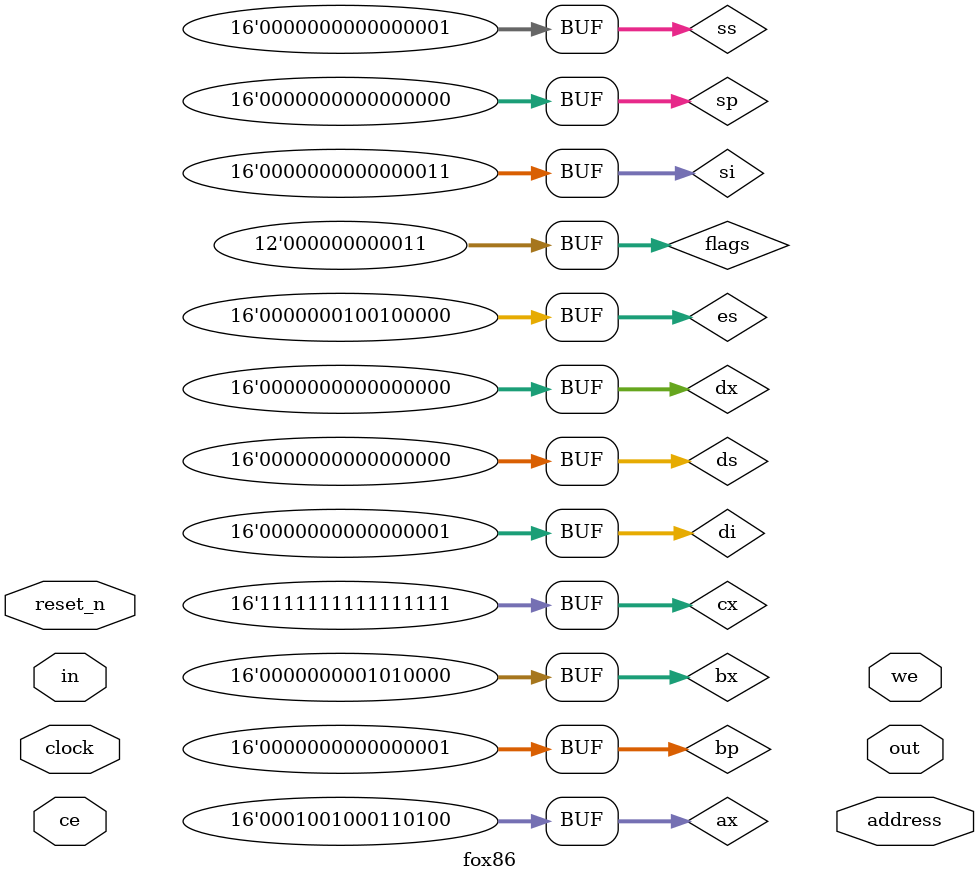
<source format=v>

module fox86
(
    input               clock,      // Тактовая частота 25
    input               reset_n,    // Сброс процессора
    input               ce,         // Разрешение работы процессора
    output      [19:0]  address,    // Адрес 1Мб
    input       [ 7:0]  in,         // Входящие
    output reg  [ 7:0]  out,        // Исходящие
    output reg          we          // Разрешение на запись
);

localparam

    LOAD = 0;

// Большой список всех регистров в процессоре
// ---------------------------------------------------------------------
reg [15:0]  ax = 16'h1234, bx = 16'h0050, cx = 16'hFFFF, dx = 16'h0000,
            sp = 16'h0000, bp = 16'h0001, si = 16'h0003, di = 16'h0001,
            es = 16'h0120, cs = 16'hFFFF, ss = 16'h0001, ds = 16'h0000;
reg [15:0]  ip = 16'h0000;
//                      ODIT SZ A  P C
reg [11:0]  flags = 12'b0000_0000_0011;

// Управляющие регистры
// ---------------------------------------------------------------------
reg [15:0]  cp;
reg [ 7:0]  opcode;
reg [ 4:0]  t, m, fn;

reg [ 15:0] _seg,   seg;
reg         _over,  over;
reg [ 1:0]  _rep,   rep;

// Предвычисления
// ---------------------------------------------------------------------
wire [7:0]  opc = t ? opcode : in;

// Логика исполнения инструкции
// ---------------------------------------------------------------------

always @(posedge clock)
if (reset_n == 1'b0) begin

    t       <= 0;
    m       <= 0;
    ip      <= 0;
    cs      <= 0;
    _seg    <= 0;
    _rep    <= 0;
    _over   <= 0;

end else if (ce) begin

    case (t)

    // Прочесть префиксы и записать опкод
    LOAD: begin

        ip <= ip + 1;

        case (in)
        8'h26: begin _seg <= es; _over <= 1; end
        8'h2E: begin _seg <= cs; _over <= 1; end
        8'h36: begin _seg <= ss; _over <= 1; end
        8'h3E: begin _seg <= ds; _over <= 1; end
        8'hF2, 8'hF3: begin _rep <= in[1:0]; end
        8'h8B, 8'h0F, 8'hF0, 8'h64, 8'h65, 8'h66, 8'h67: begin end
        default: begin

            seg     <= _seg;    _seg    <= ds;
            over    <= _over;   _over   <= 0;
            rep     <= _rep;    _rep    <= 2'b00;
            opcode  <= in;

        end
        endcase

    end
    endcase


end

endmodule

</source>
